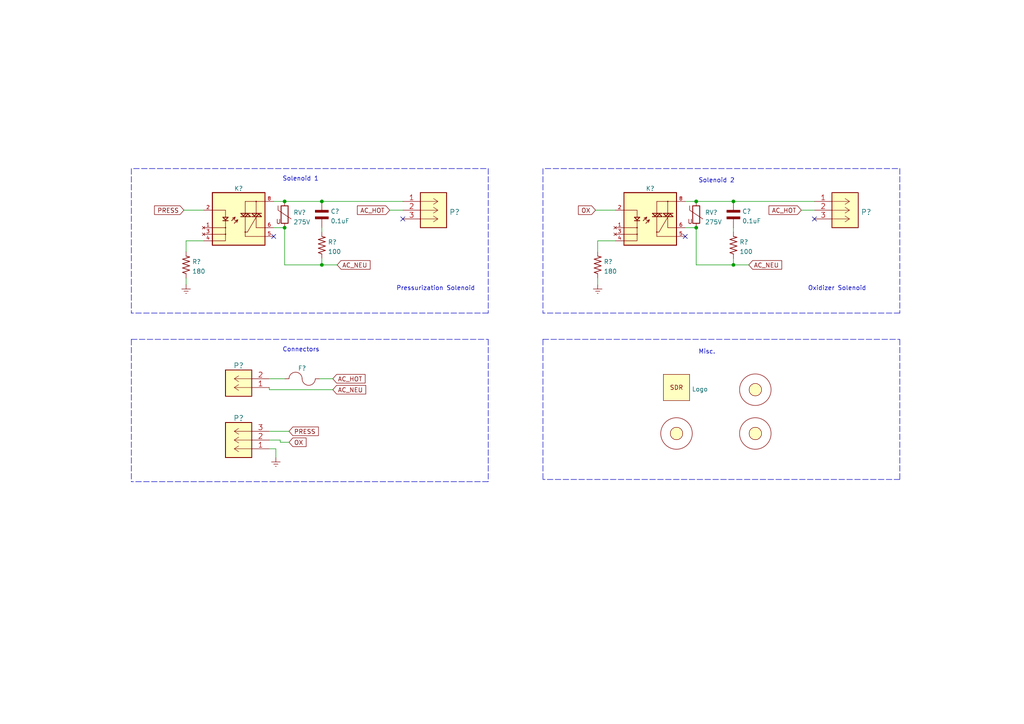
<source format=kicad_sch>
(kicad_sch (version 20211123) (generator eeschema)
  (paper "A4")
  (title_block (title "H0001 Solenoid Driver") (date "2022-01-16") (rev "1.0") (company "Sun Devil Rocketry") (comment 1 "Author: Colton Acosta"))
  (lib_symbols
    (symbol "H0001-Solenoid-Driver:0678L9100-02" (pin_numbers hide) (pin_names (offset 1.016) hide)
      (property "Reference" "F" (at -5.08 2.54 0))
      (symbol "0678L9100-02_0_0"
        (arc (start 0 0) (mid -1.905 1.905) (end -3.81 0) (stroke (width 0.1524)))
        (polyline (pts (xy -5.08 0) (xy -3.81 0)) (stroke (width 0.1524)))
        (polyline (pts (xy 5.08 0) (xy 3.81 0)) (stroke (width 0.1524)))
        (arc (start 0 0) (mid 1.905 -1.905) (end 3.81 0) (stroke (width 0.1524)))
        (pin passive line (at -5.08 0 0) (length 0.254) (name "~") (number "1"))
        (pin passive line (at 5.08 0 180) (length 0.254) (name "~") (number "2"))
      )
    )
    (symbol "H0001-Solenoid-Driver:647676-2" (pin_names (offset 0.254) hide)
      (property "Reference" "P" (at 6.35 5.08 0))
      (symbol "647676-2_0_0"
        (rectangle (start 5.08 2.54) (end 12.7 -5.08) (stroke (width 0.254)) (fill (type background)))
      )
      (symbol "647676-2_1_1"
        (polyline (pts (xy 5.08 -5.08) (xy 12.7 -5.08)) (stroke (width 0.127)))
        (polyline (pts (xy 5.08 2.54) (xy 5.08 -5.08)) (stroke (width 0.127)))
        (polyline (pts (xy 10.16 -2.54) (xy 5.08 -2.54)) (stroke (width 0.127)))
        (polyline (pts (xy 10.16 -2.54) (xy 8.89 -3.3782)) (stroke (width 0.127)))
        (polyline (pts (xy 10.16 -2.54) (xy 8.89 -1.7018)) (stroke (width 0.127)))
        (polyline (pts (xy 10.16 0) (xy 5.08 0)) (stroke (width 0.127)))
        (polyline (pts (xy 10.16 0) (xy 8.89 -0.8382)) (stroke (width 0.127)))
        (polyline (pts (xy 10.16 0) (xy 8.89 0.8382)) (stroke (width 0.127)))
        (polyline (pts (xy 12.7 -5.08) (xy 12.7 2.54)) (stroke (width 0.127)))
        (polyline (pts (xy 12.7 2.54) (xy 5.08 2.54)) (stroke (width 0.127)))
        (pin passive line (at 0 0 0) (length 5.08) (name "1") (number "1"))
        (pin passive line (at 0 -2.54 0) (length 5.08) (name "2") (number "2"))
      )
    )
    (symbol "H0001-Solenoid-Driver:647676-3" (pin_names (offset 0.254) hide)
      (property "Reference" "P" (at 6.35 5.08 0))
      (symbol "647676-3_0_0"
        (rectangle (start 5.08 2.54) (end 12.7 -7.62) (stroke (width 0.254)) (fill (type background)))
      )
      (symbol "647676-3_1_1"
        (polyline (pts (xy 5.08 -7.62) (xy 12.7 -7.62)) (stroke (width 0.127)))
        (polyline (pts (xy 5.08 2.54) (xy 5.08 -7.62)) (stroke (width 0.127)))
        (polyline (pts (xy 10.16 -5.08) (xy 5.08 -5.08)) (stroke (width 0.127)))
        (polyline (pts (xy 10.16 -5.08) (xy 8.89 -5.9182)) (stroke (width 0.127)))
        (polyline (pts (xy 10.16 -5.08) (xy 8.89 -4.2418)) (stroke (width 0.127)))
        (polyline (pts (xy 10.16 -2.54) (xy 5.08 -2.54)) (stroke (width 0.127)))
        (polyline (pts (xy 10.16 -2.54) (xy 8.89 -3.3782)) (stroke (width 0.127)))
        (polyline (pts (xy 10.16 -2.54) (xy 8.89 -1.7018)) (stroke (width 0.127)))
        (polyline (pts (xy 10.16 0) (xy 5.08 0)) (stroke (width 0.127)))
        (polyline (pts (xy 10.16 0) (xy 8.89 -0.8382)) (stroke (width 0.127)))
        (polyline (pts (xy 10.16 0) (xy 8.89 0.8382)) (stroke (width 0.127)))
        (polyline (pts (xy 12.7 -7.62) (xy 12.7 2.54)) (stroke (width 0.127)))
        (polyline (pts (xy 12.7 2.54) (xy 5.08 2.54)) (stroke (width 0.127)))
        (pin passive line (at 0 0 0) (length 5.08) (name "1") (number "1"))
        (pin passive line (at 0 -2.54 0) (length 5.08) (name "2") (number "2"))
        (pin passive line (at 0 -5.08 0) (length 5.08) (name "3") (number "3"))
      )
    )
    (symbol "H0001-Solenoid-Driver:AQH0223AX" (pin_names (offset 1.016) hide)
      (property "Reference" "K" (at -7.62 8.382 0))
      (symbol "AQH0223AX_0_0"
        (rectangle (start -7.62 7.62) (end 7.62 -7.62) (stroke (width 0.254)) (fill (type background)))
        (circle (center -3.81 -4.445) (radius 0.127) (stroke (width 0.1524)))
        (circle (center -3.81 -2.54) (radius 0.127) (stroke (width 0.1524)))
        (polyline (pts (xy -7.62 -7.62) (xy 7.62 -7.62)) (stroke (width 0.254)))
        (polyline (pts (xy -7.62 2.54) (xy -3.81 2.54)) (stroke (width 0.1524)))
        (polyline (pts (xy -7.62 7.62) (xy -7.62 -7.62)) (stroke (width 0.254)))
        (polyline (pts (xy -4.572 -0.508) (xy -3.81 -0.508)) (stroke (width 0.254)))
        (polyline (pts (xy -4.572 0.4826) (xy -3.81 -0.2794)) (stroke (width 0.254)))
        (polyline (pts (xy -3.81 -2.54) (xy -7.62 -2.54)) (stroke (width 0.1524)))
        (polyline (pts (xy -3.81 -0.508) (xy -3.81 -2.54)) (stroke (width 0.1524)))
        (polyline (pts (xy -3.81 -0.508) (xy -3.048 -0.508)) (stroke (width 0.254)))
        (polyline (pts (xy -3.81 -0.2794) (xy -3.048 0.4826)) (stroke (width 0.254)))
        (polyline (pts (xy -3.81 0.4826) (xy -4.572 0.4826)) (stroke (width 0.254)))
        (polyline (pts (xy -3.81 0.4826) (xy -3.048 0.4826)) (stroke (width 0.254)))
        (polyline (pts (xy -3.81 2.54) (xy -3.81 0.4826)) (stroke (width 0.1524)))
        (polyline (pts (xy -2.032 -0.508) (xy -1.016 0.508)) (stroke (width 0.2032)))
        (polyline (pts (xy -1.27 -1.27) (xy -0.254 -0.254)) (stroke (width 0.2032)))
        (polyline (pts (xy -1.016 0.508) (xy -1.778 0.254)) (stroke (width 0.2032)))
        (polyline (pts (xy -1.016 0.508) (xy -1.27 -0.254)) (stroke (width 0.2032)))
        (polyline (pts (xy -0.254 -0.254) (xy -1.016 -0.508)) (stroke (width 0.2032)))
        (polyline (pts (xy -0.254 -0.254) (xy -0.508 -1.016)) (stroke (width 0.2032)))
        (polyline (pts (xy 0.6096 0.6604) (xy 1.905 0.6604)) (stroke (width 0.254)))
        (polyline (pts (xy 0.635 1.6256) (xy 1.397 0.8636)) (stroke (width 0.254)))
        (polyline (pts (xy 1.397 0.8636) (xy 2.159 1.6256)) (stroke (width 0.254)))
        (polyline (pts (xy 1.905 0.508) (xy 1.905 -5.08)) (stroke (width 0.1524)))
        (polyline (pts (xy 1.905 0.6604) (xy 3.429 0.6604)) (stroke (width 0.254)))
        (polyline (pts (xy 1.905 5.08) (xy 1.905 1.778)) (stroke (width 0.1524)))
        (polyline (pts (xy 1.905 5.08) (xy 5.08 5.08)) (stroke (width 0.1524)))
        (polyline (pts (xy 2.159 1.6256) (xy 0.635 1.6256)) (stroke (width 0.254)))
        (polyline (pts (xy 2.159 1.6256) (xy 3.429 1.6256)) (stroke (width 0.254)))
        (polyline (pts (xy 2.54 -3.81) (xy 1.905 -3.81)) (stroke (width 0.1524)))
        (polyline (pts (xy 2.667 1.4224) (xy 1.905 0.6604)) (stroke (width 0.254)))
        (polyline (pts (xy 3.429 0.6604) (xy 2.667 1.4224)) (stroke (width 0.254)))
        (polyline (pts (xy 3.7846 0.6604) (xy 5.08 0.6604)) (stroke (width 0.254)))
        (polyline (pts (xy 3.81 1.6256) (xy 4.572 0.8636)) (stroke (width 0.254)))
        (polyline (pts (xy 4.572 0.8636) (xy 5.334 1.6256)) (stroke (width 0.254)))
        (polyline (pts (xy 5.08 -2.54) (xy 7.62 -2.54)) (stroke (width 0.1524)))
        (polyline (pts (xy 5.08 0.508) (xy 2.54 -3.81)) (stroke (width 0.1524)))
        (polyline (pts (xy 5.08 0.635) (xy 5.08 -2.54)) (stroke (width 0.1524)))
        (polyline (pts (xy 5.08 0.6604) (xy 6.604 0.6604)) (stroke (width 0.254)))
        (polyline (pts (xy 5.08 5.08) (xy 5.08 1.778)) (stroke (width 0.1524)))
        (polyline (pts (xy 5.08 5.08) (xy 7.62 5.08)) (stroke (width 0.1524)))
        (polyline (pts (xy 5.334 1.6256) (xy 3.81 1.6256)) (stroke (width 0.254)))
        (polyline (pts (xy 5.334 1.6256) (xy 6.604 1.6256)) (stroke (width 0.254)))
        (polyline (pts (xy 5.842 1.4224) (xy 5.08 0.6604)) (stroke (width 0.254)))
        (polyline (pts (xy 6.604 0.6604) (xy 5.842 1.4224)) (stroke (width 0.254)))
        (polyline (pts (xy 7.62 -7.62) (xy 7.62 -2.54)) (stroke (width 0.254)))
        (polyline (pts (xy 7.62 -5.08) (xy 1.905 -5.08)) (stroke (width 0.1524)))
        (polyline (pts (xy 7.62 -2.54) (xy 7.62 7.62)) (stroke (width 0.254)))
        (polyline (pts (xy 7.62 7.62) (xy -7.62 7.62)) (stroke (width 0.254)) (fill (type background)))
        (circle (center 1.905 -3.81) (radius 0.127) (stroke (width 0.1524)))
        (circle (center 5.08 5.08) (radius 0.127) (stroke (width 0.1524)))
        (pin no_connect line (at -10.16 -2.54 0) (length 2.54) (name "~") (number "1"))
        (pin passive line (at -10.16 2.54 0) (length 2.54) (name "~") (number "2"))
        (pin no_connect line (at -10.16 -4.445 0) (length 2.54) (name "~") (number "3"))
        (pin passive line (at -10.16 -6.35 0) (length 2.54) (name "~") (number "4"))
        (pin passive line (at 10.16 -5.08 180) (length 2.54) (name "~") (number "5"))
        (pin passive line (at 10.16 -2.54 180) (length 2.54) (name "~") (number "6"))
        (pin passive line (at 10.16 5.08 180) (length 2.54) (name "~") (number "8"))
      )
      (symbol "AQH0223AX_1_1"
        (polyline (pts (xy -3.81 -4.445) (xy -3.81 -6.35) (xy -7.62 -6.35)))
        (polyline (pts (xy -3.81 -2.54) (xy -3.81 -4.445) (xy -7.62 -4.445)))
      )
    )
    (symbol "H0001-Solenoid-Driver:CAP_1206" (pin_numbers hide) (pin_names (offset 1.016) hide)
      (property "Reference" "C" (at -1.27 3.81 0))
      (property "Value" "CAP_1206" (at -3.81 -3.81 0))
      (symbol "CAP_1206_0_0"
        (rectangle (start -1.27 -1.905) (end -0.635 1.905) (fill (type outline)))
        (rectangle (start 0.635 -1.905) (end 1.27 1.905) (fill (type outline)))
        (pin passive line (at 3.81 0 180) (length 2.54) (name "~") (number "1"))
        (pin passive line (at -3.81 0 0) (length 2.54) (name "~") (number "2"))
      )
    )
    (symbol "H0001-Solenoid-Driver:Earth" (power) (pin_names (offset 0))
      (symbol "Earth_0_1"
        (polyline (pts (xy -0.635 -1.905) (xy 0.635 -1.905)))
        (polyline (pts (xy -0.127 -2.54) (xy 0.127 -2.54)))
        (polyline (pts (xy 0 -1.27) (xy 0 0)))
        (polyline (pts (xy 1.27 -1.27) (xy -1.27 -1.27)))
      )
      (symbol "Earth_1_1"
        (pin power_in line (at 0 0 270) (length 0) hide (name "Earth") (number "1"))
      )
    )
    (symbol "H0001-Solenoid-Driver:Logo" (pin_names (offset 1.016))
      (property "Value" "Logo" (at 0 -5.08 0))
      (symbol "Logo_0_0"
        (text "SDR" (at 0 0 0) (effects (font (size 1.27 1.27))))
      )
      (symbol "Logo_0_1"
        (rectangle (start -3.81 3.81) (end 3.81 -3.81) (fill (type background)))
      )
    )
    (symbol "H0001-Solenoid-Driver:Mounting-Hole" (pin_names (offset 1.016))
      (symbol "Mounting-Hole_0_1"
        (circle (center 0 0) (radius 1.8034) (fill (type background)))
        (circle (center 0 0) (radius 4.572))
      )
    )
    (symbol "H0001-Solenoid-Driver:RES_0603" (pin_numbers hide) (pin_names (offset 1.016) hide)
      (property "Reference" "R" (at -1.27 1.27 0))
      (property "Value" "RES_0603" (at -3.81 -2.54 0))
      (symbol "RES_0603_0_0"
        (polyline (pts (xy -2.54 0) (xy -2.159 1.016)) (stroke (width 0.2032)))
        (polyline (pts (xy -2.159 1.016) (xy -1.524 -1.016)) (stroke (width 0.2032)))
        (polyline (pts (xy -1.524 -1.016) (xy -0.889 1.016)) (stroke (width 0.2032)))
        (polyline (pts (xy -0.889 1.016) (xy -0.254 -1.016)) (stroke (width 0.2032)))
        (polyline (pts (xy -0.254 -1.016) (xy 0.381 1.016)) (stroke (width 0.2032)))
        (polyline (pts (xy 0.381 1.016) (xy 1.016 -1.016)) (stroke (width 0.2032)))
        (polyline (pts (xy 1.016 -1.016) (xy 1.651 1.016)) (stroke (width 0.2032)))
        (polyline (pts (xy 1.651 1.016) (xy 2.286 -1.016)) (stroke (width 0.2032)))
        (polyline (pts (xy 2.286 -1.016) (xy 2.54 0)) (stroke (width 0.2032)))
        (pin passive line (at -3.81 0 0) (length 1.27) (name "~") (number "1"))
        (pin passive line (at 3.81 0 180) (length 1.27) (name "~") (number "2"))
      )
    )
    (symbol "H0001-Solenoid-Driver:Varistor" (pin_numbers hide) (pin_names (offset 0))
      (property "Reference" "RV" (at 3.175 0 90))
      (property "Value" "Varistor" (at -3.175 0 90))
      (symbol "Varistor_0_0"
        (text "U" (at -1.778 -2.032 0) (effects (font (size 1.27 1.27))))
      )
      (symbol "Varistor_0_1"
        (rectangle (start -1.016 -2.54) (end 1.016 2.54) (stroke (width 0.254)))
        (polyline (pts (xy -1.905 2.54) (xy -1.905 1.27) (xy 1.905 -1.27)))
      )
      (symbol "Varistor_1_1"
        (pin passive line (at 0 3.81 270) (length 1.27) (name "~") (number "1"))
        (pin passive line (at 0 -3.81 90) (length 1.27) (name "~") (number "2"))
      )
    )
  )
  (junction (at 82.55 58.42))
  (junction (at 201.93 66.04))
  (junction (at 82.55 66.04))
  (junction (at 212.725 76.835))
  (junction (at 93.345 76.835))
  (junction (at 93.345 58.42))
  (junction (at 212.725 58.42))
  (junction (at 201.93 58.42))
  (no_connect (at 198.755 68.58))
  (no_connect (at 236.22 63.5))
  (no_connect (at 79.375 68.58))
  (no_connect (at 116.84 63.5))
  (polyline (pts (xy 38.735 48.895) (xy 141.605 48.895)))
  (wire (pts (xy 82.55 76.835) (xy 93.345 76.835)))
  (wire (pts (xy 198.755 66.04) (xy 201.93 66.04)))
  (wire (pts (xy 82.55 58.42) (xy 93.345 58.42)))
  (wire (pts (xy 82.55 66.04) (xy 82.55 76.835)))
  (polyline (pts (xy 157.48 98.425) (xy 157.48 139.065)))
  (wire (pts (xy 201.93 66.04) (xy 201.93 76.835)))
  (wire (pts (xy 78.105 112.395) (xy 78.105 113.03)))
  (wire (pts (xy 212.725 76.835) (xy 217.17 76.835)))
  (wire (pts (xy 93.345 76.835) (xy 93.345 74.93)))
  (polyline (pts (xy 141.605 90.805) (xy 38.1 90.805)))
  (wire (pts (xy 113.03 60.96) (xy 116.84 60.96)))
  (wire (pts (xy 172.72 60.96) (xy 178.435 60.96)))
  (wire (pts (xy 80.01 130.175) (xy 80.01 132.715)))
  (wire (pts (xy 81.28 127.635) (xy 81.28 128.27)))
  (wire (pts (xy 53.34 60.96) (xy 59.055 60.96)))
  (polyline (pts (xy 260.985 98.425) (xy 260.985 139.065)))
  (wire (pts (xy 78.105 113.03) (xy 96.52 113.03)))
  (wire (pts (xy 78.105 109.855) (xy 82.55 109.855)))
  (polyline (pts (xy 38.1 98.425) (xy 38.1 139.7)))
  (wire (pts (xy 78.105 125.095) (xy 83.82 125.095)))
  (wire (pts (xy 78.105 130.175) (xy 80.01 130.175)))
  (wire (pts (xy 232.41 60.96) (xy 236.22 60.96)))
  (wire (pts (xy 79.375 58.42) (xy 82.55 58.42)))
  (wire (pts (xy 78.105 127.635) (xy 81.28 127.635)))
  (polyline (pts (xy 141.605 48.895) (xy 141.605 90.805)))
  (wire (pts (xy 93.345 66.04) (xy 93.345 67.31)))
  (wire (pts (xy 93.345 58.42) (xy 116.84 58.42)))
  (polyline (pts (xy 38.1 48.895) (xy 38.1 90.805)))
  (wire (pts (xy 53.975 73.025) (xy 53.975 69.85)))
  (polyline (pts (xy 38.1 98.425) (xy 141.605 98.425)))
  (wire (pts (xy 93.345 76.835) (xy 97.79 76.835)))
  (polyline (pts (xy 260.985 48.895) (xy 260.985 90.805)))
  (wire (pts (xy 201.93 76.835) (xy 212.725 76.835)))
  (wire (pts (xy 92.71 109.855) (xy 96.52 109.855)))
  (wire (pts (xy 212.725 58.42) (xy 236.22 58.42)))
  (wire (pts (xy 198.755 58.42) (xy 201.93 58.42)))
  (wire (pts (xy 173.355 80.645) (xy 173.355 82.55)))
  (wire (pts (xy 173.355 69.85) (xy 178.435 69.85)))
  (polyline (pts (xy 260.985 139.065) (xy 157.48 139.065)))
  (polyline (pts (xy 260.985 90.805) (xy 157.48 90.805)))
  (wire (pts (xy 212.725 76.835) (xy 212.725 74.93)))
  (polyline (pts (xy 157.48 98.425) (xy 260.985 98.425)))
  (wire (pts (xy 53.975 69.85) (xy 59.055 69.85)))
  (wire (pts (xy 212.725 66.04) (xy 212.725 67.31)))
  (wire (pts (xy 201.93 58.42) (xy 212.725 58.42)))
  (polyline (pts (xy 141.605 139.7) (xy 38.1 139.7)))
  (wire (pts (xy 81.28 128.27) (xy 83.82 128.27)))
  (polyline (pts (xy 158.115 48.895) (xy 260.985 48.895)))
  (wire (pts (xy 79.375 66.04) (xy 82.55 66.04)))
  (wire (pts (xy 173.355 73.025) (xy 173.355 69.85)))
  (polyline (pts (xy 141.605 98.425) (xy 141.605 139.7)))
  (wire (pts (xy 53.975 80.645) (xy 53.975 82.55)))
  (polyline (pts (xy 157.48 48.895) (xy 157.48 90.805)))
  (text "Oxidizer Solenoid" (at 234.315 84.455 0) (effects (font (size 1.27 1.27)) (justify left bottom)))
  (text "Solenoid 2\n\n" (at 202.565 55.245 0) (effects (font (size 1.27 1.27)) (justify left bottom)))
  (text "Connectors\n" (at 81.915 102.235 0) (effects (font (size 1.27 1.27)) (justify left bottom)))
  (text "Solenoid 1\n" (at 81.915 52.705 0) (effects (font (size 1.27 1.27)) (justify left bottom)))
  (text "Misc." (at 202.565 102.87 0) (effects (font (size 1.27 1.27)) (justify left bottom)))
  (text "Pressurization Solenoid" (at 114.935 84.455 0) (effects (font (size 1.27 1.27)) (justify left bottom)))
  (global_label "AC_HOT" (shape input) (at 96.52 109.855 0) (property "Intersheet References" "${INTERSHEET_REFS}" (effects hide)))
  (global_label "AC_HOT" (shape input) (at 113.03 60.96 180) (property "Intersheet References" "${INTERSHEET_REFS}" (effects hide)))
  (global_label "AC_HOT" (shape input) (at 232.41 60.96 180) (property "Intersheet References" "${INTERSHEET_REFS}" (effects hide)))
  (global_label "AC_NEU" (shape input) (at 97.79 76.835 0) (property "Intersheet References" "${INTERSHEET_REFS}" (effects hide)))
  (global_label "OX" (shape input) (at 172.72 60.96 180) (property "Intersheet References" "${INTERSHEET_REFS}" (effects hide)))
  (global_label "AC_NEU" (shape input) (at 96.52 113.03 0) (property "Intersheet References" "${INTERSHEET_REFS}" (effects hide)))
  (global_label "PRESS" (shape input) (at 53.34 60.96 180) (property "Intersheet References" "${INTERSHEET_REFS}" (effects hide)))
  (global_label "PRESS" (shape input) (at 83.82 125.095 0) (property "Intersheet References" "${INTERSHEET_REFS}" (effects hide)))
  (global_label "AC_NEU" (shape input) (at 217.17 76.835 0) (property "Intersheet References" "${INTERSHEET_REFS}" (effects hide)))
  (global_label "OX" (shape input) (at 83.82 128.27 0) (property "Intersheet References" "${INTERSHEET_REFS}" (effects hide)))
  (symbol (lib_id "H0001-Solenoid-Driver:647676-3") (at 236.22 58.42 0) (unit 1)
    (property "Reference" "P?" (at 249.682 61.5348 0) (effects (font (size 1.524 1.524)) (justify left)))
    (property "Value" "647676-3" (effects hide))
    (property "Footprint" "CONN_2043-1X04G00DAU_OUP" (effects hide))
  )
  (symbol (lib_id "H0001-Solenoid-Driver:Earth") (at 53.975 82.55 0) (unit 1)
    (property "Reference" "#PWR?" (effects hide))
    (property "Value" "Earth" (effects hide))
  )
  (symbol (lib_id "H0001-Solenoid-Driver:Logo") (at 196.215 112.395 0) (unit 1)
    (property "Reference" "LOGO?" (effects hide))
    (property "Value" "Logo" (at 200.66 112.874 0) (effects (justify left)))
  )
  (symbol (lib_id "H0001-Solenoid-Driver:Earth") (at 173.355 82.55 0) (unit 1)
    (property "Reference" "#PWR?" (effects hide))
    (property "Value" "Earth" (effects hide))
  )
  (symbol (lib_id "H0001-Solenoid-Driver:647676-2") (at 78.105 112.395 180) (unit 1)
    (property "Reference" "P?" (at 69.215 106.0631 0) (effects (font (size 1.524 1.524))))
    (property "Value" "647676-2" (effects hide))
    (property "Footprint" "CONN_2043-1X04G00DAU_OUP" (effects hide))
  )
  (symbol (lib_id "H0001-Solenoid-Driver:Varistor") (at 201.93 62.23 0) (unit 1)
    (property "Reference" "RV?" (at 204.47 61.6343 0) (effects (justify left)))
    (property "Value" "275V" (at 204.47 64.4094 0) (effects (justify left)))
  )
  (symbol (lib_id "H0001-Solenoid-Driver:Earth") (at 80.01 132.715 0) (unit 1)
    (property "Reference" "#PWR?" (effects hide))
    (property "Value" "Earth" (effects hide))
  )
  (symbol (lib_id "H0001-Solenoid-Driver:0678L9100-02") (at 87.63 109.855 0) (unit 1)
    (property "Reference" "F?" (at 87.63 106.8093 0))
    (property "Value" "0678L9100-02" (effects hide))
    (property "Footprint" "FUSC9830X318N" (effects hide))
  )
  (symbol (lib_id "H0001-Solenoid-Driver:CAP_1206") (at 93.345 62.23 90) (unit 1)
    (property "Reference" "C?" (at 95.885 61.3215 90) (effects (justify right)))
    (property "Value" "0.1uF" (at 95.885 64.0966 90) (effects (justify right)))
  )
  (symbol (lib_id "H0001-Solenoid-Driver:RES_0603") (at 53.975 76.835 90) (unit 1)
    (property "Reference" "R?" (at 55.7276 75.9265 90) (effects (justify right)))
    (property "Value" "180" (at 55.7276 78.7016 90) (effects (justify right)))
  )
  (symbol (lib_id "H0001-Solenoid-Driver:647676-3") (at 78.105 130.175 180) (unit 1)
    (property "Reference" "P?" (at 69.215 121.3031 0) (effects (font (size 1.524 1.524))))
    (property "Value" "647676-3" (effects hide))
    (property "Footprint" "CONN_2043-1X04G00DAU_OUP" (effects hide))
  )
  (symbol (lib_id "H0001-Solenoid-Driver:Mounting-Hole") (at 219.075 113.03 0) (unit 1)
    (property "Reference" "H?" (effects hide))
    (property "Value" "Mounting-Hole" (effects hide))
  )
  (symbol (lib_id "H0001-Solenoid-Driver:AQH0223AX") (at 188.595 63.5 0) (unit 1)
    (property "Reference" "K?" (at 188.595 54.6885 0))
    (property "Value" "AQH0223AX" (effects hide))
    (property "Footprint" "RELAY_AQH0223AX" (effects hide))
  )
  (symbol (lib_id "H0001-Solenoid-Driver:RES_0603") (at 212.725 71.12 90) (unit 1)
    (property "Reference" "R?" (at 214.4776 70.2115 90) (effects (justify right)))
    (property "Value" "100" (at 214.4776 72.9866 90) (effects (justify right)))
  )
  (symbol (lib_id "H0001-Solenoid-Driver:Varistor") (at 82.55 62.23 0) (unit 1)
    (property "Reference" "RV?" (at 85.09 61.6343 0) (effects (justify left)))
    (property "Value" "275V" (at 85.09 64.4094 0) (effects (justify left)))
  )
  (symbol (lib_id "H0001-Solenoid-Driver:Mounting-Hole") (at 196.215 125.73 0) (unit 1)
    (property "Reference" "H?" (effects hide))
    (property "Value" "Mounting-Hole" (effects hide))
  )
  (symbol (lib_id "H0001-Solenoid-Driver:RES_0603") (at 173.355 76.835 90) (unit 1)
    (property "Reference" "R?" (at 175.1076 75.9265 90) (effects (justify right)))
    (property "Value" "180" (at 175.1076 78.7016 90) (effects (justify right)))
  )
  (symbol (lib_id "H0001-Solenoid-Driver:Mounting-Hole") (at 219.075 125.73 0) (unit 1)
    (property "Reference" "H?" (effects hide))
    (property "Value" "Mounting-Hole" (effects hide))
  )
  (symbol (lib_id "H0001-Solenoid-Driver:AQH0223AX") (at 69.215 63.5 0) (unit 1)
    (property "Reference" "K?" (at 69.215 54.6885 0))
    (property "Value" "AQH0223AX" (effects hide))
    (property "Footprint" "RELAY_AQH0223AX" (effects hide))
  )
  (symbol (lib_id "H0001-Solenoid-Driver:CAP_1206") (at 212.725 62.23 90) (unit 1)
    (property "Reference" "C?" (at 215.265 61.3215 90) (effects (justify right)))
    (property "Value" "0.1uF" (at 215.265 64.0966 90) (effects (justify right)))
  )
  (symbol (lib_id "H0001-Solenoid-Driver:647676-3") (at 116.84 58.42 0) (unit 1)
    (property "Reference" "P?" (at 130.302 61.5348 0) (effects (font (size 1.524 1.524)) (justify left)))
    (property "Value" "647676-3" (effects hide))
    (property "Footprint" "CONN_2043-1X04G00DAU_OUP" (effects hide))
  )
  (symbol (lib_id "H0001-Solenoid-Driver:RES_0603") (at 93.345 71.12 90) (unit 1)
    (property "Reference" "R?" (at 95.0976 70.2115 90) (effects (justify right)))
    (property "Value" "100" (at 95.0976 72.9866 90) (effects (justify right)))
  )
)
</source>
